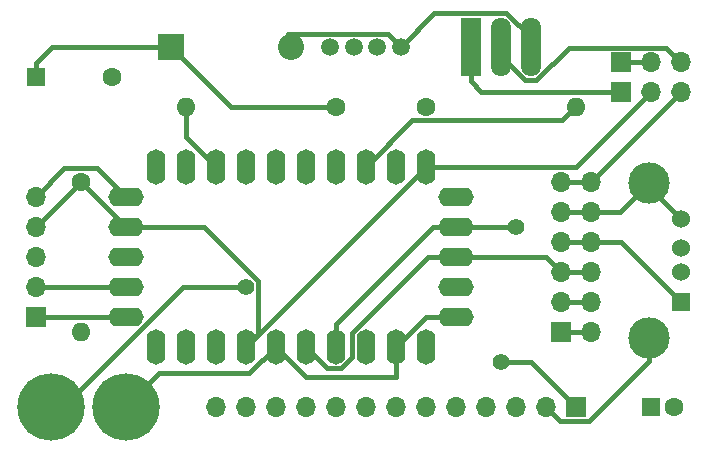
<source format=gbr>
G04 #@! TF.GenerationSoftware,KiCad,Pcbnew,5.1.7-a382d34a8~87~ubuntu20.04.1*
G04 #@! TF.CreationDate,2020-11-07T19:00:24+09:00*
G04 #@! TF.ProjectId,AKBONE2020LGT8F,414b424f-4e45-4323-9032-304c47543846,rev?*
G04 #@! TF.SameCoordinates,Original*
G04 #@! TF.FileFunction,Copper,L2,Bot*
G04 #@! TF.FilePolarity,Positive*
%FSLAX46Y46*%
G04 Gerber Fmt 4.6, Leading zero omitted, Abs format (unit mm)*
G04 Created by KiCad (PCBNEW 5.1.7-a382d34a8~87~ubuntu20.04.1) date 2020-11-07 19:00:24*
%MOMM*%
%LPD*%
G01*
G04 APERTURE LIST*
G04 #@! TA.AperFunction,ComponentPad*
%ADD10R,1.600000X1.600000*%
G04 #@! TD*
G04 #@! TA.AperFunction,ComponentPad*
%ADD11C,1.600000*%
G04 #@! TD*
G04 #@! TA.AperFunction,ComponentPad*
%ADD12R,2.200000X2.200000*%
G04 #@! TD*
G04 #@! TA.AperFunction,ComponentPad*
%ADD13O,2.200000X2.200000*%
G04 #@! TD*
G04 #@! TA.AperFunction,ComponentPad*
%ADD14R,1.700000X1.700000*%
G04 #@! TD*
G04 #@! TA.AperFunction,ComponentPad*
%ADD15O,1.700000X1.700000*%
G04 #@! TD*
G04 #@! TA.AperFunction,ComponentPad*
%ADD16R,1.700000X5.000000*%
G04 #@! TD*
G04 #@! TA.AperFunction,ComponentPad*
%ADD17O,1.700000X5.000000*%
G04 #@! TD*
G04 #@! TA.AperFunction,ComponentPad*
%ADD18C,3.500000*%
G04 #@! TD*
G04 #@! TA.AperFunction,ComponentPad*
%ADD19R,1.524000X1.524000*%
G04 #@! TD*
G04 #@! TA.AperFunction,ComponentPad*
%ADD20C,1.524000*%
G04 #@! TD*
G04 #@! TA.AperFunction,ComponentPad*
%ADD21O,1.600000X1.600000*%
G04 #@! TD*
G04 #@! TA.AperFunction,ComponentPad*
%ADD22C,1.500000*%
G04 #@! TD*
G04 #@! TA.AperFunction,ComponentPad*
%ADD23O,1.600000X3.000000*%
G04 #@! TD*
G04 #@! TA.AperFunction,ComponentPad*
%ADD24O,3.000000X1.600000*%
G04 #@! TD*
G04 #@! TA.AperFunction,ComponentPad*
%ADD25C,5.700000*%
G04 #@! TD*
G04 #@! TA.AperFunction,ViaPad*
%ADD26C,1.399540*%
G04 #@! TD*
G04 #@! TA.AperFunction,Conductor*
%ADD27C,0.381000*%
G04 #@! TD*
G04 APERTURE END LIST*
D10*
X224790000Y-123190000D03*
D11*
X226790000Y-123190000D03*
D12*
X184150000Y-92710000D03*
D13*
X194310000Y-92710000D03*
D14*
X172720000Y-115570000D03*
D15*
X172720000Y-113030000D03*
X172720000Y-110490000D03*
X172720000Y-107950000D03*
X172720000Y-105410000D03*
D14*
X218440000Y-123190000D03*
D15*
X215900000Y-123190000D03*
X213360000Y-123190000D03*
X210820000Y-123190000D03*
X208280000Y-123190000D03*
X205740000Y-123190000D03*
X203200000Y-123190000D03*
X200660000Y-123190000D03*
X198120000Y-123190000D03*
X195580000Y-123190000D03*
X193040000Y-123190000D03*
X190500000Y-123190000D03*
X187960000Y-123190000D03*
D16*
X209550000Y-92710000D03*
D17*
X212090000Y-92710000D03*
X214630000Y-92710000D03*
D18*
X224620000Y-104230000D03*
X224620000Y-117370000D03*
D19*
X227330000Y-114300000D03*
D20*
X227330000Y-111800000D03*
X227330000Y-109800000D03*
X227330000Y-107300000D03*
D14*
X222250000Y-96520000D03*
D15*
X224790000Y-96520000D03*
X227330000Y-96520000D03*
X227330000Y-93980000D03*
X224790000Y-93980000D03*
D14*
X222250000Y-93980000D03*
D11*
X176530000Y-104140000D03*
D21*
X176530000Y-116840000D03*
X218440000Y-97790000D03*
D11*
X205740000Y-97790000D03*
D22*
X197660000Y-92710000D03*
X199660000Y-92710000D03*
X201660000Y-92710000D03*
X203660000Y-92710000D03*
D23*
X182880000Y-118110000D03*
X185420000Y-118110000D03*
X187960000Y-118110000D03*
X190500000Y-118110000D03*
X193040000Y-118110000D03*
X195580000Y-118110000D03*
X198120000Y-118110000D03*
X200660000Y-118110000D03*
X203200000Y-118110000D03*
X205740000Y-118110000D03*
D24*
X208280000Y-115570000D03*
X208280000Y-113030000D03*
X208280000Y-110490000D03*
X208280000Y-107950000D03*
X208280000Y-105410000D03*
D23*
X205740000Y-102870000D03*
X203200000Y-102870000D03*
X200660000Y-102870000D03*
X198120000Y-102870000D03*
X195580000Y-102870000D03*
X193040000Y-102870000D03*
X190500000Y-102870000D03*
X187960000Y-102870000D03*
X185420000Y-102870000D03*
X182880000Y-102870000D03*
D24*
X180340000Y-105410000D03*
X180340000Y-107950000D03*
X180340000Y-110490000D03*
X180340000Y-113030000D03*
X180340000Y-115570000D03*
D14*
X217170000Y-116840000D03*
D15*
X219710000Y-116840000D03*
X217170000Y-114300000D03*
X219710000Y-114300000D03*
X217170000Y-111760000D03*
X219710000Y-111760000D03*
X217170000Y-109220000D03*
X219710000Y-109220000D03*
X217170000Y-106680000D03*
X219710000Y-106680000D03*
X217170000Y-104140000D03*
X219710000Y-104140000D03*
D11*
X198120000Y-97790000D03*
D21*
X185420000Y-97790000D03*
D10*
X172720000Y-95250000D03*
D11*
X179220000Y-95250000D03*
D25*
X173990000Y-123190000D03*
X180340000Y-123190000D03*
D26*
X212090000Y-119380000D03*
X190500000Y-113030000D03*
X213360000Y-107950000D03*
D27*
X224620000Y-119322902D02*
X224620000Y-117370000D01*
X219562401Y-124380501D02*
X224620000Y-119322902D01*
X217090501Y-124380501D02*
X219562401Y-124380501D01*
X215900000Y-123190000D02*
X217090501Y-124380501D01*
X224620000Y-104590000D02*
X224620000Y-104230000D01*
X227330000Y-107300000D02*
X224620000Y-104590000D01*
X217170000Y-106680000D02*
X219710000Y-106680000D01*
X222170000Y-106680000D02*
X224620000Y-104230000D01*
X219710000Y-106680000D02*
X222170000Y-106680000D01*
X205740000Y-115570000D02*
X208280000Y-115570000D01*
X203200000Y-118110000D02*
X205740000Y-115570000D01*
X203200000Y-118110000D02*
X203200000Y-120650000D01*
X195580000Y-120650000D02*
X193040000Y-118110000D01*
X203200000Y-120650000D02*
X195580000Y-120650000D01*
X183189999Y-120340001D02*
X180340000Y-123190000D01*
X190809999Y-120340001D02*
X183189999Y-120340001D01*
X193040000Y-118110000D02*
X190809999Y-120340001D01*
X177929499Y-102999499D02*
X180340000Y-105410000D01*
X175130501Y-102999499D02*
X177929499Y-102999499D01*
X172720000Y-105410000D02*
X175130501Y-102999499D01*
X202569499Y-91619499D02*
X194130501Y-91619499D01*
X203660000Y-92710000D02*
X202569499Y-91619499D01*
X194310000Y-91798998D02*
X194310000Y-92710000D01*
X194130501Y-91619499D02*
X194310000Y-91798998D01*
X214630000Y-91916365D02*
X214630000Y-92710000D01*
X212583134Y-89869499D02*
X214630000Y-91916365D01*
X206500501Y-89869499D02*
X212583134Y-89869499D01*
X203660000Y-92710000D02*
X206500501Y-89869499D01*
X217170000Y-104140000D02*
X219710000Y-104140000D01*
X219710000Y-104140000D02*
X227330000Y-96520000D01*
X172720000Y-115570000D02*
X180340000Y-115570000D01*
X172720000Y-113030000D02*
X180340000Y-113030000D01*
X219710000Y-109220000D02*
X217170000Y-109220000D01*
X222250000Y-109220000D02*
X227330000Y-114300000D01*
X219710000Y-109220000D02*
X222250000Y-109220000D01*
X209550000Y-95591000D02*
X209550000Y-92710000D01*
X210479000Y-96520000D02*
X209550000Y-95591000D01*
X222250000Y-96520000D02*
X210479000Y-96520000D01*
X218440000Y-123190000D02*
X214630000Y-119380000D01*
X214630000Y-119380000D02*
X212090000Y-119380000D01*
X206921000Y-102870000D02*
X205740000Y-102870000D01*
X224790000Y-96520000D02*
X218440000Y-102870000D01*
X218440000Y-102870000D02*
X206921000Y-102870000D01*
X190500000Y-118110000D02*
X205740000Y-102870000D01*
X180340000Y-107950000D02*
X176530000Y-104140000D01*
X176530000Y-104140000D02*
X172720000Y-107950000D01*
X190500000Y-118110000D02*
X191540272Y-117069728D01*
X191540272Y-117069728D02*
X191540272Y-112530668D01*
X191540272Y-112530668D02*
X186959604Y-107950000D01*
X182221000Y-107950000D02*
X180340000Y-107950000D01*
X186959604Y-107950000D02*
X182221000Y-107950000D01*
X224790000Y-93980000D02*
X222250000Y-93980000D01*
X204599499Y-98930501D02*
X200660000Y-102870000D01*
X217299499Y-98930501D02*
X204599499Y-98930501D01*
X218440000Y-97790000D02*
X217299499Y-98930501D01*
X173990000Y-123190000D02*
X175032924Y-123190000D01*
X175032924Y-123190000D02*
X185192924Y-113030000D01*
X185192924Y-113030000D02*
X190500000Y-113030000D01*
X185420000Y-100330000D02*
X187960000Y-102870000D01*
X185420000Y-97790000D02*
X185420000Y-100330000D01*
X212090000Y-93503635D02*
X212090000Y-92710000D01*
X214136875Y-95550510D02*
X212090000Y-93503635D01*
X215123125Y-95550510D02*
X214136875Y-95550510D01*
X227330000Y-93980000D02*
X226139499Y-92789499D01*
X226139499Y-92789499D02*
X217884136Y-92789499D01*
X217884136Y-92789499D02*
X215123125Y-95550510D01*
X219710000Y-116840000D02*
X217170000Y-116840000D01*
X219710000Y-114300000D02*
X217170000Y-114300000D01*
X213360000Y-107950000D02*
X208280000Y-107950000D01*
X198120000Y-118110000D02*
X198120000Y-116229000D01*
X198120000Y-116229000D02*
X206399000Y-107950000D01*
X206399000Y-107950000D02*
X208280000Y-107950000D01*
X215900000Y-110490000D02*
X217170000Y-111760000D01*
X208280000Y-110490000D02*
X215900000Y-110490000D01*
X219710000Y-111760000D02*
X217170000Y-111760000D01*
X205967076Y-110490000D02*
X208280000Y-110490000D01*
X199519490Y-116937586D02*
X205967076Y-110490000D01*
X199519490Y-119023434D02*
X199519490Y-116937586D01*
X198592414Y-119950510D02*
X199519490Y-119023434D01*
X197420510Y-119950510D02*
X198592414Y-119950510D01*
X195580000Y-118110000D02*
X197420510Y-119950510D01*
X174079000Y-92710000D02*
X184150000Y-92710000D01*
X172720000Y-94069000D02*
X174079000Y-92710000D01*
X172720000Y-95250000D02*
X172720000Y-94069000D01*
X189230000Y-97790000D02*
X198120000Y-97790000D01*
X184150000Y-92710000D02*
X189230000Y-97790000D01*
M02*

</source>
